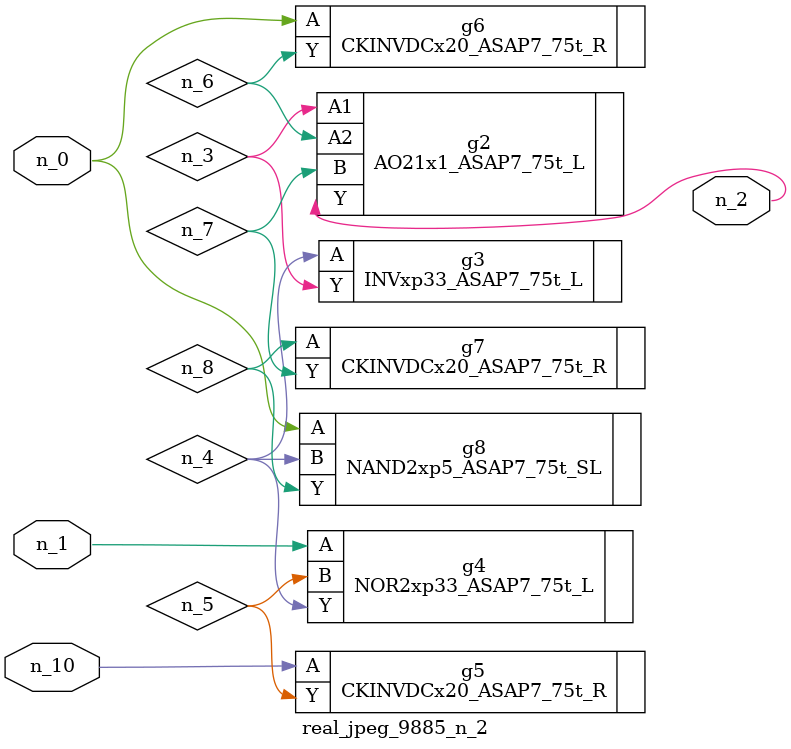
<source format=v>
module real_jpeg_9885_n_2 (n_1, n_10, n_0, n_2);

input n_1;
input n_10;
input n_0;

output n_2;

wire n_5;
wire n_4;
wire n_8;
wire n_6;
wire n_7;
wire n_3;

CKINVDCx20_ASAP7_75t_R g6 ( 
.A(n_0),
.Y(n_6)
);

NAND2xp5_ASAP7_75t_SL g8 ( 
.A(n_0),
.B(n_4),
.Y(n_8)
);

NOR2xp33_ASAP7_75t_L g4 ( 
.A(n_1),
.B(n_5),
.Y(n_4)
);

AO21x1_ASAP7_75t_L g2 ( 
.A1(n_3),
.A2(n_6),
.B(n_7),
.Y(n_2)
);

INVxp33_ASAP7_75t_L g3 ( 
.A(n_4),
.Y(n_3)
);

CKINVDCx20_ASAP7_75t_R g7 ( 
.A(n_8),
.Y(n_7)
);

CKINVDCx20_ASAP7_75t_R g5 ( 
.A(n_10),
.Y(n_5)
);


endmodule
</source>
